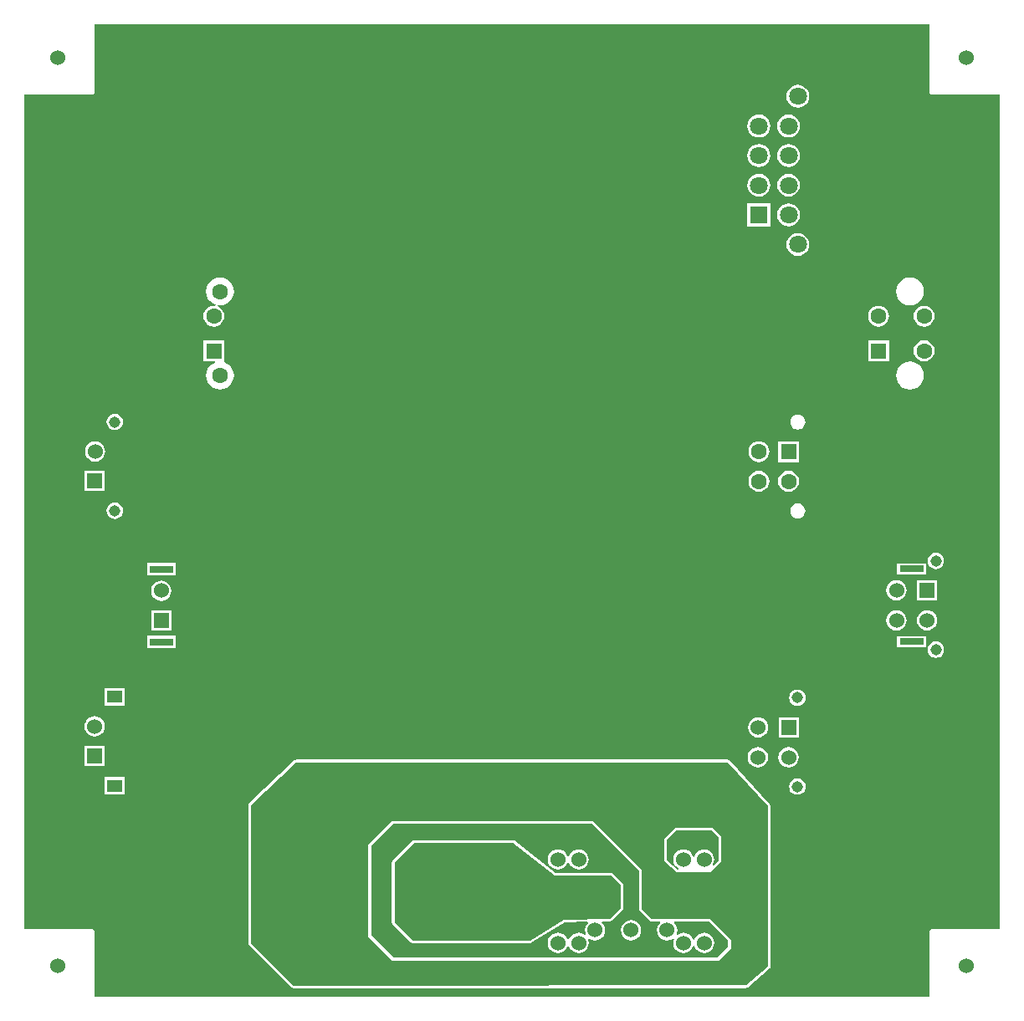
<source format=gbl>
G04*
G04 #@! TF.GenerationSoftware,Altium Limited,Altium Designer,19.1.9 (167)*
G04*
G04 Layer_Physical_Order=2*
G04 Layer_Color=16711680*
%FSLAX25Y25*%
%MOIN*%
G70*
G01*
G75*
%ADD37R,0.14600X0.14600*%
%ADD38C,0.14600*%
%ADD39R,0.06000X0.06000*%
%ADD40C,0.06000*%
%ADD41R,0.06000X0.05000*%
%ADD42R,0.09500X0.03000*%
%ADD43C,0.04500*%
%ADD44C,0.08858*%
%ADD45R,0.06299X0.06299*%
%ADD46C,0.06299*%
%ADD47R,0.09500X0.02500*%
%ADD48C,0.07087*%
%ADD49R,0.07087X0.07087*%
G36*
X363154Y364173D02*
X363231Y363783D01*
X363452Y363452D01*
X363783Y363231D01*
X364173Y363154D01*
X391152D01*
X391152Y30547D01*
X364173D01*
X363783Y30470D01*
X363452Y30248D01*
X363231Y29918D01*
X363154Y29528D01*
Y3533D01*
X30547D01*
Y29528D01*
X30470Y29918D01*
X30248Y30248D01*
X29918Y30470D01*
X29528Y30547D01*
X2549D01*
X2549Y363154D01*
X29528D01*
X29918Y363231D01*
X30248Y363452D01*
X30470Y363783D01*
X30547Y364173D01*
Y391152D01*
X363154D01*
Y364173D01*
D02*
G37*
%LPC*%
G36*
X310701Y367016D02*
X309515Y366859D01*
X308410Y366402D01*
X307460Y365673D01*
X306732Y364724D01*
X306274Y363619D01*
X306118Y362433D01*
X306274Y361247D01*
X306732Y360142D01*
X307460Y359193D01*
X308410Y358465D01*
X309515Y358007D01*
X310701Y357851D01*
X311887Y358007D01*
X312992Y358465D01*
X313941Y359193D01*
X314669Y360142D01*
X315127Y361247D01*
X315283Y362433D01*
X315127Y363619D01*
X314669Y364724D01*
X313941Y365673D01*
X312992Y366402D01*
X311887Y366859D01*
X310701Y367016D01*
D02*
G37*
G36*
X307000Y355205D02*
X305814Y355048D01*
X304709Y354591D01*
X303760Y353862D01*
X303031Y352913D01*
X302574Y351808D01*
X302417Y350622D01*
X302574Y349436D01*
X303031Y348331D01*
X303760Y347382D01*
X304709Y346654D01*
X305814Y346196D01*
X307000Y346040D01*
X308186Y346196D01*
X309291Y346654D01*
X310240Y347382D01*
X310969Y348331D01*
X311426Y349436D01*
X311582Y350622D01*
X311426Y351808D01*
X310969Y352913D01*
X310240Y353862D01*
X309291Y354591D01*
X308186Y355048D01*
X307000Y355205D01*
D02*
G37*
G36*
X295189D02*
X294003Y355048D01*
X292898Y354591D01*
X291949Y353862D01*
X291220Y352913D01*
X290763Y351808D01*
X290606Y350622D01*
X290763Y349436D01*
X291220Y348331D01*
X291949Y347382D01*
X292898Y346654D01*
X294003Y346196D01*
X295189Y346040D01*
X296375Y346196D01*
X297480Y346654D01*
X298429Y347382D01*
X299158Y348331D01*
X299615Y349436D01*
X299771Y350622D01*
X299615Y351808D01*
X299158Y352913D01*
X298429Y353862D01*
X297480Y354591D01*
X296375Y355048D01*
X295189Y355205D01*
D02*
G37*
G36*
X307000Y343393D02*
X305814Y343237D01*
X304709Y342780D01*
X303760Y342051D01*
X303031Y341102D01*
X302574Y339997D01*
X302417Y338811D01*
X302574Y337625D01*
X303031Y336520D01*
X303760Y335571D01*
X304709Y334842D01*
X305814Y334385D01*
X307000Y334228D01*
X308186Y334385D01*
X309291Y334842D01*
X310240Y335571D01*
X310969Y336520D01*
X311426Y337625D01*
X311582Y338811D01*
X311426Y339997D01*
X310969Y341102D01*
X310240Y342051D01*
X309291Y342780D01*
X308186Y343237D01*
X307000Y343393D01*
D02*
G37*
G36*
X295189D02*
X294003Y343237D01*
X292898Y342780D01*
X291949Y342051D01*
X291220Y341102D01*
X290763Y339997D01*
X290606Y338811D01*
X290763Y337625D01*
X291220Y336520D01*
X291949Y335571D01*
X292898Y334842D01*
X294003Y334385D01*
X295189Y334228D01*
X296375Y334385D01*
X297480Y334842D01*
X298429Y335571D01*
X299158Y336520D01*
X299615Y337625D01*
X299771Y338811D01*
X299615Y339997D01*
X299158Y341102D01*
X298429Y342051D01*
X297480Y342780D01*
X296375Y343237D01*
X295189Y343393D01*
D02*
G37*
G36*
X307000Y331582D02*
X305814Y331426D01*
X304709Y330969D01*
X303760Y330240D01*
X303031Y329291D01*
X302574Y328186D01*
X302417Y327000D01*
X302574Y325814D01*
X303031Y324709D01*
X303760Y323760D01*
X304709Y323031D01*
X305814Y322574D01*
X307000Y322417D01*
X308186Y322574D01*
X309291Y323031D01*
X310240Y323760D01*
X310969Y324709D01*
X311426Y325814D01*
X311582Y327000D01*
X311426Y328186D01*
X310969Y329291D01*
X310240Y330240D01*
X309291Y330969D01*
X308186Y331426D01*
X307000Y331582D01*
D02*
G37*
G36*
X295189D02*
X294003Y331426D01*
X292898Y330969D01*
X291949Y330240D01*
X291220Y329291D01*
X290763Y328186D01*
X290606Y327000D01*
X290763Y325814D01*
X291220Y324709D01*
X291949Y323760D01*
X292898Y323031D01*
X294003Y322574D01*
X295189Y322417D01*
X296375Y322574D01*
X297480Y323031D01*
X298429Y323760D01*
X299158Y324709D01*
X299615Y325814D01*
X299771Y327000D01*
X299615Y328186D01*
X299158Y329291D01*
X298429Y330240D01*
X297480Y330969D01*
X296375Y331426D01*
X295189Y331582D01*
D02*
G37*
G36*
X299732Y319732D02*
X290646D01*
Y310646D01*
X299732D01*
Y319732D01*
D02*
G37*
G36*
X307000Y319772D02*
X305814Y319615D01*
X304709Y319158D01*
X303760Y318429D01*
X303031Y317480D01*
X302574Y316375D01*
X302417Y315189D01*
X302574Y314003D01*
X303031Y312898D01*
X303760Y311949D01*
X304709Y311220D01*
X305814Y310763D01*
X307000Y310607D01*
X308186Y310763D01*
X309291Y311220D01*
X310240Y311949D01*
X310969Y312898D01*
X311426Y314003D01*
X311582Y315189D01*
X311426Y316375D01*
X310969Y317480D01*
X310240Y318429D01*
X309291Y319158D01*
X308186Y319615D01*
X307000Y319772D01*
D02*
G37*
G36*
X310701Y307961D02*
X309515Y307804D01*
X308410Y307347D01*
X307460Y306618D01*
X306732Y305669D01*
X306274Y304564D01*
X306118Y303378D01*
X306274Y302192D01*
X306732Y301087D01*
X307460Y300138D01*
X308410Y299409D01*
X309515Y298952D01*
X310701Y298796D01*
X311887Y298952D01*
X312992Y299409D01*
X313941Y300138D01*
X314669Y301087D01*
X315127Y302192D01*
X315283Y303378D01*
X315127Y304564D01*
X314669Y305669D01*
X313941Y306618D01*
X312992Y307347D01*
X311887Y307804D01*
X310701Y307961D01*
D02*
G37*
G36*
X355410Y290197D02*
X353966Y290007D01*
X352622Y289450D01*
X351467Y288564D01*
X350581Y287410D01*
X350024Y286065D01*
X349834Y284622D01*
X350024Y283179D01*
X350581Y281834D01*
X351467Y280680D01*
X352622Y279794D01*
X353966Y279237D01*
X355410Y279047D01*
X356852Y279237D01*
X358197Y279794D01*
X359352Y280680D01*
X360238Y281834D01*
X360795Y283179D01*
X360985Y284622D01*
X360795Y286065D01*
X360238Y287410D01*
X359352Y288564D01*
X358197Y289450D01*
X356852Y290007D01*
X355410Y290197D01*
D02*
G37*
G36*
X80480D02*
X79037Y290007D01*
X77693Y289450D01*
X76538Y288564D01*
X75652Y287410D01*
X75095Y286065D01*
X74905Y284622D01*
X75095Y283179D01*
X75652Y281834D01*
X76538Y280680D01*
X77693Y279794D01*
X78698Y279377D01*
X78567Y278890D01*
X78000Y278965D01*
X76917Y278822D01*
X75907Y278404D01*
X75041Y277739D01*
X74375Y276872D01*
X73957Y275863D01*
X73815Y274780D01*
X73957Y273696D01*
X74375Y272687D01*
X75041Y271820D01*
X75907Y271155D01*
X76917Y270737D01*
X78000Y270594D01*
X79083Y270737D01*
X80093Y271155D01*
X80959Y271820D01*
X81625Y272687D01*
X82043Y273696D01*
X82185Y274780D01*
X82043Y275863D01*
X81625Y276872D01*
X80959Y277739D01*
X80093Y278404D01*
X79423Y278682D01*
X79553Y279169D01*
X80480Y279047D01*
X81923Y279237D01*
X83268Y279794D01*
X84423Y280680D01*
X85309Y281834D01*
X85866Y283179D01*
X86056Y284622D01*
X85866Y286065D01*
X85309Y287410D01*
X84423Y288564D01*
X83268Y289450D01*
X81923Y290007D01*
X80480Y290197D01*
D02*
G37*
G36*
X361000Y278965D02*
X359917Y278822D01*
X358907Y278404D01*
X358040Y277739D01*
X357375Y276872D01*
X356957Y275863D01*
X356815Y274780D01*
X356957Y273696D01*
X357375Y272687D01*
X358040Y271820D01*
X358907Y271155D01*
X359917Y270737D01*
X361000Y270594D01*
X362083Y270737D01*
X363093Y271155D01*
X363960Y271820D01*
X364625Y272687D01*
X365043Y273696D01*
X365185Y274780D01*
X365043Y275863D01*
X364625Y276872D01*
X363960Y277739D01*
X363093Y278404D01*
X362083Y278822D01*
X361000Y278965D01*
D02*
G37*
G36*
X342890D02*
X341807Y278822D01*
X340797Y278404D01*
X339930Y277739D01*
X339265Y276872D01*
X338847Y275863D01*
X338704Y274780D01*
X338847Y273696D01*
X339265Y272687D01*
X339930Y271820D01*
X340797Y271155D01*
X341807Y270737D01*
X342890Y270594D01*
X343973Y270737D01*
X344983Y271155D01*
X345849Y271820D01*
X346514Y272687D01*
X346933Y273696D01*
X347075Y274780D01*
X346933Y275863D01*
X346514Y276872D01*
X345849Y277739D01*
X344983Y278404D01*
X343973Y278822D01*
X342890Y278965D01*
D02*
G37*
G36*
X347039Y265150D02*
X338740D01*
Y256850D01*
X347039D01*
Y265150D01*
D02*
G37*
G36*
X361000Y265185D02*
X359917Y265043D01*
X358907Y264625D01*
X358040Y263960D01*
X357375Y263093D01*
X356957Y262083D01*
X356815Y261000D01*
X356957Y259917D01*
X357375Y258907D01*
X358040Y258040D01*
X358907Y257375D01*
X359917Y256957D01*
X361000Y256815D01*
X362083Y256957D01*
X363093Y257375D01*
X363960Y258040D01*
X364625Y258907D01*
X365043Y259917D01*
X365185Y261000D01*
X365043Y262083D01*
X364625Y263093D01*
X363960Y263960D01*
X363093Y264625D01*
X362083Y265043D01*
X361000Y265185D01*
D02*
G37*
G36*
X355410Y256733D02*
X353966Y256543D01*
X352622Y255986D01*
X351467Y255100D01*
X350581Y253945D01*
X350024Y252601D01*
X349834Y251157D01*
X350024Y249714D01*
X350581Y248370D01*
X351467Y247215D01*
X352622Y246329D01*
X353966Y245772D01*
X355410Y245582D01*
X356852Y245772D01*
X358197Y246329D01*
X359352Y247215D01*
X360238Y248370D01*
X360795Y249714D01*
X360985Y251157D01*
X360795Y252601D01*
X360238Y253945D01*
X359352Y255100D01*
X358197Y255986D01*
X356852Y256543D01*
X355410Y256733D01*
D02*
G37*
G36*
X82150Y265150D02*
X73850D01*
Y256850D01*
X78473D01*
X78573Y256350D01*
X77693Y255986D01*
X76538Y255100D01*
X75652Y253945D01*
X75095Y252601D01*
X74905Y251157D01*
X75095Y249714D01*
X75652Y248370D01*
X76538Y247215D01*
X77693Y246329D01*
X79037Y245772D01*
X80480Y245582D01*
X81923Y245772D01*
X83268Y246329D01*
X84423Y247215D01*
X85309Y248370D01*
X85866Y249714D01*
X86056Y251157D01*
X85866Y252601D01*
X85309Y253945D01*
X84423Y255100D01*
X83268Y255986D01*
X82269Y256400D01*
X82150Y256850D01*
X82150Y256990D01*
Y265150D01*
D02*
G37*
G36*
X310701Y235656D02*
X309916Y235553D01*
X309184Y235249D01*
X308556Y234767D01*
X308073Y234139D01*
X307770Y233407D01*
X307667Y232622D01*
X307770Y231837D01*
X308073Y231105D01*
X308556Y230477D01*
X309184Y229995D01*
X309916Y229692D01*
X310701Y229588D01*
X311486Y229692D01*
X312218Y229995D01*
X312846Y230477D01*
X313328Y231105D01*
X313631Y231837D01*
X313735Y232622D01*
X313631Y233407D01*
X313328Y234139D01*
X312846Y234767D01*
X312218Y235249D01*
X311486Y235553D01*
X310701Y235656D01*
D02*
G37*
G36*
X38609Y235944D02*
X37760Y235833D01*
X36970Y235505D01*
X36291Y234984D01*
X35770Y234305D01*
X35442Y233515D01*
X35331Y232666D01*
X35442Y231818D01*
X35770Y231027D01*
X36291Y230348D01*
X36970Y229827D01*
X37760Y229500D01*
X38609Y229388D01*
X39457Y229500D01*
X40248Y229827D01*
X40927Y230348D01*
X41447Y231027D01*
X41775Y231818D01*
X41887Y232666D01*
X41775Y233515D01*
X41447Y234305D01*
X40927Y234984D01*
X40248Y235505D01*
X39457Y235833D01*
X38609Y235944D01*
D02*
G37*
G36*
X30709Y224901D02*
X29664Y224763D01*
X28691Y224360D01*
X27856Y223719D01*
X27215Y222883D01*
X26812Y221910D01*
X26674Y220866D01*
X26812Y219822D01*
X27215Y218849D01*
X27856Y218013D01*
X28691Y217372D01*
X29664Y216969D01*
X30709Y216832D01*
X31753Y216969D01*
X32726Y217372D01*
X33562Y218013D01*
X34203Y218849D01*
X34606Y219822D01*
X34743Y220866D01*
X34606Y221910D01*
X34203Y222883D01*
X33562Y223719D01*
X32726Y224360D01*
X31753Y224763D01*
X30709Y224901D01*
D02*
G37*
G36*
X311150Y224961D02*
X302850D01*
Y216661D01*
X311150D01*
Y224961D01*
D02*
G37*
G36*
X295189Y224996D02*
X294106Y224854D01*
X293096Y224436D01*
X292229Y223771D01*
X291564Y222904D01*
X291146Y221894D01*
X291004Y220811D01*
X291146Y219728D01*
X291564Y218718D01*
X292229Y217851D01*
X293096Y217186D01*
X294106Y216768D01*
X295189Y216626D01*
X296272Y216768D01*
X297282Y217186D01*
X298148Y217851D01*
X298814Y218718D01*
X299232Y219728D01*
X299374Y220811D01*
X299232Y221894D01*
X298814Y222904D01*
X298148Y223771D01*
X297282Y224436D01*
X296272Y224854D01*
X295189Y224996D01*
D02*
G37*
G36*
X34609Y213166D02*
X26609D01*
Y205166D01*
X34609D01*
Y213166D01*
D02*
G37*
G36*
X307000Y213185D02*
X305917Y213043D01*
X304907Y212625D01*
X304041Y211960D01*
X303375Y211093D01*
X302957Y210083D01*
X302815Y209000D01*
X302957Y207917D01*
X303375Y206907D01*
X304041Y206041D01*
X304907Y205375D01*
X305917Y204957D01*
X307000Y204815D01*
X308083Y204957D01*
X309093Y205375D01*
X309960Y206041D01*
X310625Y206907D01*
X311043Y207917D01*
X311185Y209000D01*
X311043Y210083D01*
X310625Y211093D01*
X309960Y211960D01*
X309093Y212625D01*
X308083Y213043D01*
X307000Y213185D01*
D02*
G37*
G36*
X295189D02*
X294106Y213043D01*
X293096Y212625D01*
X292229Y211960D01*
X291564Y211093D01*
X291146Y210083D01*
X291004Y209000D01*
X291146Y207917D01*
X291564Y206907D01*
X292229Y206041D01*
X293096Y205375D01*
X294106Y204957D01*
X295189Y204815D01*
X296272Y204957D01*
X297282Y205375D01*
X298148Y206041D01*
X298814Y206907D01*
X299232Y207917D01*
X299374Y209000D01*
X299232Y210083D01*
X298814Y211093D01*
X298148Y211960D01*
X297282Y212625D01*
X296272Y213043D01*
X295189Y213185D01*
D02*
G37*
G36*
X310701Y200223D02*
X309915Y200119D01*
X309184Y199816D01*
X308556Y199334D01*
X308073Y198706D01*
X307770Y197974D01*
X307667Y197189D01*
X307770Y196404D01*
X308073Y195672D01*
X308556Y195044D01*
X309184Y194562D01*
X309915Y194258D01*
X310701Y194155D01*
X311486Y194258D01*
X312218Y194562D01*
X312846Y195044D01*
X313328Y195672D01*
X313631Y196404D01*
X313735Y197189D01*
X313631Y197974D01*
X313328Y198706D01*
X312846Y199334D01*
X312218Y199816D01*
X311486Y200119D01*
X310701Y200223D01*
D02*
G37*
G36*
X38609Y200544D02*
X37760Y200432D01*
X36970Y200105D01*
X36291Y199584D01*
X35770Y198905D01*
X35442Y198115D01*
X35331Y197266D01*
X35442Y196418D01*
X35770Y195627D01*
X36291Y194948D01*
X36970Y194427D01*
X37760Y194100D01*
X38609Y193988D01*
X39457Y194100D01*
X40248Y194427D01*
X40927Y194948D01*
X41447Y195627D01*
X41775Y196418D01*
X41887Y197266D01*
X41775Y198115D01*
X41447Y198905D01*
X40927Y199584D01*
X40248Y200105D01*
X39457Y200432D01*
X38609Y200544D01*
D02*
G37*
G36*
X365705Y180521D02*
X364856Y180410D01*
X364066Y180082D01*
X363387Y179561D01*
X362866Y178882D01*
X362538Y178092D01*
X362427Y177243D01*
X362538Y176395D01*
X362866Y175604D01*
X363387Y174925D01*
X364066Y174404D01*
X364856Y174077D01*
X365705Y173965D01*
X366553Y174077D01*
X367344Y174404D01*
X368023Y174925D01*
X368544Y175604D01*
X368871Y176395D01*
X368983Y177243D01*
X368871Y178092D01*
X368544Y178882D01*
X368023Y179561D01*
X367344Y180082D01*
X366553Y180410D01*
X365705Y180521D01*
D02*
G37*
G36*
X359505Y176337D02*
X352505D01*
X352283Y176293D01*
X350255D01*
Y174265D01*
X350211Y174043D01*
X350255Y173822D01*
Y171793D01*
X352283D01*
X352505Y171749D01*
X359505D01*
X359726Y171793D01*
X361755D01*
Y173822D01*
X361799Y174043D01*
X361755Y174265D01*
Y176293D01*
X359726D01*
X359505Y176337D01*
D02*
G37*
G36*
X62837Y176354D02*
X51337D01*
Y171354D01*
X62837D01*
Y176354D01*
D02*
G37*
G36*
X366205Y169543D02*
X358205D01*
Y161543D01*
X366205D01*
Y169543D01*
D02*
G37*
G36*
X350005Y169578D02*
X348960Y169440D01*
X347988Y169037D01*
X347152Y168396D01*
X346511Y167561D01*
X346108Y166587D01*
X345970Y165543D01*
X346108Y164499D01*
X346511Y163526D01*
X347152Y162690D01*
X347988Y162049D01*
X348960Y161646D01*
X350005Y161509D01*
X351049Y161646D01*
X352022Y162049D01*
X352858Y162690D01*
X353499Y163526D01*
X353902Y164499D01*
X354039Y165543D01*
X353902Y166587D01*
X353499Y167561D01*
X352858Y168396D01*
X352022Y169037D01*
X351049Y169440D01*
X350005Y169578D01*
D02*
G37*
G36*
X57087Y169389D02*
X56042Y169251D01*
X55069Y168848D01*
X54234Y168207D01*
X53593Y167372D01*
X53190Y166399D01*
X53052Y165354D01*
X53190Y164310D01*
X53593Y163337D01*
X54234Y162502D01*
X55069Y161860D01*
X56042Y161457D01*
X57087Y161320D01*
X58131Y161457D01*
X59104Y161860D01*
X59939Y162502D01*
X60581Y163337D01*
X60984Y164310D01*
X61121Y165354D01*
X60984Y166399D01*
X60581Y167372D01*
X59939Y168207D01*
X59104Y168848D01*
X58131Y169251D01*
X57087Y169389D01*
D02*
G37*
G36*
X362205Y157578D02*
X361160Y157440D01*
X360188Y157037D01*
X359352Y156396D01*
X358711Y155561D01*
X358308Y154587D01*
X358170Y153543D01*
X358308Y152499D01*
X358711Y151526D01*
X359352Y150690D01*
X360188Y150049D01*
X361160Y149646D01*
X362205Y149509D01*
X363249Y149646D01*
X364222Y150049D01*
X365058Y150690D01*
X365699Y151526D01*
X366102Y152499D01*
X366239Y153543D01*
X366102Y154587D01*
X365699Y155561D01*
X365058Y156396D01*
X364222Y157037D01*
X363249Y157440D01*
X362205Y157578D01*
D02*
G37*
G36*
X350005D02*
X348960Y157440D01*
X347988Y157037D01*
X347152Y156396D01*
X346511Y155561D01*
X346108Y154587D01*
X345970Y153543D01*
X346108Y152499D01*
X346511Y151526D01*
X347152Y150690D01*
X347988Y150049D01*
X348960Y149646D01*
X350005Y149509D01*
X351049Y149646D01*
X352022Y150049D01*
X352858Y150690D01*
X353499Y151526D01*
X353902Y152499D01*
X354039Y153543D01*
X353902Y154587D01*
X353499Y155561D01*
X352858Y156396D01*
X352022Y157037D01*
X351049Y157440D01*
X350005Y157578D01*
D02*
G37*
G36*
X61087Y157354D02*
X53087D01*
Y149354D01*
X61087D01*
Y157354D01*
D02*
G37*
G36*
X359505Y147337D02*
X352505D01*
X352283Y147293D01*
X350255D01*
Y145265D01*
X350211Y145043D01*
X350255Y144822D01*
Y142793D01*
X352283D01*
X352505Y142749D01*
X359505D01*
X359726Y142793D01*
X361755D01*
Y144822D01*
X361799Y145043D01*
X361755Y145265D01*
Y147293D01*
X359726D01*
X359505Y147337D01*
D02*
G37*
G36*
X62837Y147354D02*
X51337D01*
Y142354D01*
X62837D01*
Y147354D01*
D02*
G37*
G36*
X365705Y145121D02*
X364856Y145010D01*
X364066Y144682D01*
X363387Y144161D01*
X362866Y143482D01*
X362538Y142692D01*
X362427Y141843D01*
X362538Y140995D01*
X362866Y140204D01*
X363387Y139525D01*
X364066Y139004D01*
X364856Y138677D01*
X365705Y138565D01*
X366553Y138677D01*
X367344Y139004D01*
X368023Y139525D01*
X368544Y140204D01*
X368871Y140995D01*
X368983Y141843D01*
X368871Y142692D01*
X368544Y143482D01*
X368023Y144161D01*
X367344Y144682D01*
X366553Y145010D01*
X365705Y145121D01*
D02*
G37*
G36*
X42612Y126515D02*
X34612D01*
Y119515D01*
X42612D01*
Y126515D01*
D02*
G37*
G36*
X310500Y125978D02*
X309652Y125866D01*
X308861Y125539D01*
X308182Y125018D01*
X307661Y124339D01*
X307334Y123548D01*
X307222Y122700D01*
X307334Y121852D01*
X307661Y121061D01*
X308182Y120382D01*
X308861Y119861D01*
X309652Y119534D01*
X310500Y119422D01*
X311348Y119534D01*
X312139Y119861D01*
X312818Y120382D01*
X313339Y121061D01*
X313666Y121852D01*
X313778Y122700D01*
X313666Y123548D01*
X313339Y124339D01*
X312818Y125018D01*
X312139Y125539D01*
X311348Y125866D01*
X310500Y125978D01*
D02*
G37*
G36*
X30512Y115349D02*
X29468Y115212D01*
X28495Y114809D01*
X27659Y114168D01*
X27018Y113332D01*
X26615Y112359D01*
X26477Y111315D01*
X26615Y110271D01*
X27018Y109298D01*
X27659Y108462D01*
X28495Y107821D01*
X29468Y107418D01*
X30512Y107280D01*
X31556Y107418D01*
X32529Y107821D01*
X33365Y108462D01*
X34006Y109298D01*
X34409Y110271D01*
X34546Y111315D01*
X34409Y112359D01*
X34006Y113332D01*
X33365Y114168D01*
X32529Y114809D01*
X31556Y115212D01*
X30512Y115349D01*
D02*
G37*
G36*
X311000Y115000D02*
X303000D01*
Y107000D01*
X311000D01*
Y115000D01*
D02*
G37*
G36*
X294900Y114935D02*
X293856Y114797D01*
X292883Y114394D01*
X292047Y113753D01*
X291406Y112917D01*
X291003Y111944D01*
X290865Y110900D01*
X291003Y109856D01*
X291406Y108883D01*
X292047Y108047D01*
X292883Y107406D01*
X293856Y107003D01*
X294900Y106866D01*
X295944Y107003D01*
X296917Y107406D01*
X297753Y108047D01*
X298394Y108883D01*
X298797Y109856D01*
X298935Y110900D01*
X298797Y111944D01*
X298394Y112917D01*
X297753Y113753D01*
X296917Y114394D01*
X295944Y114797D01*
X294900Y114935D01*
D02*
G37*
G36*
X282833Y98020D02*
X255000D01*
X255000Y98019D01*
X110939Y98020D01*
X110758Y97984D01*
X110576Y97953D01*
X110564Y97945D01*
X110549Y97942D01*
X110396Y97840D01*
X110239Y97742D01*
X92214Y80738D01*
X92205Y80726D01*
X92193Y80717D01*
X92090Y80564D01*
X91983Y80414D01*
X91980Y80399D01*
X91971Y80386D01*
X91935Y80206D01*
X91894Y80026D01*
X91897Y80011D01*
X91894Y79996D01*
X91894Y24803D01*
X91971Y24413D01*
X92192Y24082D01*
X108996Y7279D01*
X109326Y7058D01*
X109716Y6980D01*
X131556Y6980D01*
X131604Y6971D01*
X290119Y6990D01*
X290276Y7022D01*
X290435Y7041D01*
X290470Y7060D01*
X290509Y7068D01*
X290642Y7157D01*
X290782Y7236D01*
X299482Y14692D01*
X299507Y14723D01*
X299540Y14745D01*
X299629Y14879D01*
X299728Y15005D01*
X299739Y15043D01*
X299761Y15076D01*
X299792Y15234D01*
X299835Y15388D01*
X299831Y15427D01*
X299838Y15466D01*
Y49674D01*
X299838Y49674D01*
Y79561D01*
X299804Y79735D01*
X299777Y79910D01*
X299765Y79929D01*
X299761Y79951D01*
X299662Y80099D01*
X299570Y80250D01*
X283585Y97689D01*
X283567Y97702D01*
X283554Y97721D01*
X283407Y97819D01*
X283264Y97924D01*
X283242Y97929D01*
X283224Y97942D01*
X283050Y97976D01*
X282878Y98019D01*
X282855Y98015D01*
X282833Y98020D01*
D02*
G37*
G36*
X34512Y103415D02*
X26512D01*
Y95415D01*
X34512D01*
Y103415D01*
D02*
G37*
G36*
X307000Y103034D02*
X305956Y102897D01*
X304983Y102494D01*
X304147Y101853D01*
X303506Y101017D01*
X303103Y100044D01*
X302965Y99000D01*
X303103Y97956D01*
X303506Y96983D01*
X304147Y96147D01*
X304983Y95506D01*
X305956Y95103D01*
X307000Y94965D01*
X308044Y95103D01*
X309017Y95506D01*
X309853Y96147D01*
X310494Y96983D01*
X310897Y97956D01*
X311034Y99000D01*
X310897Y100044D01*
X310494Y101017D01*
X309853Y101853D01*
X309017Y102494D01*
X308044Y102897D01*
X307000Y103034D01*
D02*
G37*
G36*
X294800D02*
X293756Y102897D01*
X292783Y102494D01*
X291947Y101853D01*
X291306Y101017D01*
X290903Y100044D01*
X290766Y99000D01*
X290903Y97956D01*
X291306Y96983D01*
X291947Y96147D01*
X292783Y95506D01*
X293756Y95103D01*
X294800Y94965D01*
X295844Y95103D01*
X296817Y95506D01*
X297653Y96147D01*
X298294Y96983D01*
X298697Y97956D01*
X298834Y99000D01*
X298697Y100044D01*
X298294Y101017D01*
X297653Y101853D01*
X296817Y102494D01*
X295844Y102897D01*
X294800Y103034D01*
D02*
G37*
G36*
X42512Y91115D02*
X34512D01*
Y84115D01*
X42512D01*
Y91115D01*
D02*
G37*
G36*
X310500Y90578D02*
X309652Y90466D01*
X308861Y90139D01*
X308182Y89618D01*
X307661Y88939D01*
X307334Y88148D01*
X307222Y87300D01*
X307334Y86452D01*
X307661Y85661D01*
X308182Y84982D01*
X308861Y84461D01*
X309652Y84134D01*
X310500Y84022D01*
X311348Y84134D01*
X312139Y84461D01*
X312818Y84982D01*
X313339Y85661D01*
X313666Y86452D01*
X313778Y87300D01*
X313666Y88148D01*
X313339Y88939D01*
X312818Y89618D01*
X312139Y90139D01*
X311348Y90466D01*
X310500Y90578D01*
D02*
G37*
%LPD*%
G36*
X298819Y79561D02*
Y49674D01*
X298819Y49674D01*
Y15466D01*
X290119Y8010D01*
X131604Y7991D01*
X131603Y8000D01*
X109716Y8000D01*
X92913Y24803D01*
X92913Y79996D01*
X110939Y97000D01*
X255000Y97000D01*
Y97000D01*
X282833D01*
X298819Y79561D01*
D02*
G37*
%LPC*%
G36*
X276772Y70866D02*
X261811D01*
X257480Y66536D01*
X257480Y57480D01*
X262533Y53150D01*
X275984D01*
X280315Y57480D01*
Y67323D01*
X276772Y70866D01*
D02*
G37*
G36*
X229134Y73622D02*
X149213Y73622D01*
X139654Y64063D01*
X139653Y27669D01*
X149323Y18000D01*
X279009D01*
X284000Y22991D01*
Y26236D01*
X275788Y34448D01*
X252559Y34448D01*
X248425Y38583D01*
X248425Y54331D01*
X229134Y73622D01*
D02*
G37*
%LPD*%
G36*
X279295Y66900D02*
Y57903D01*
X277240Y55848D01*
X276864Y56178D01*
X276919Y56251D01*
X277322Y57223D01*
X277460Y58268D01*
X277322Y59312D01*
X276919Y60285D01*
X276278Y61121D01*
X275443Y61762D01*
X274469Y62165D01*
X273425Y62302D01*
X272381Y62165D01*
X271408Y61762D01*
X270572Y61121D01*
X269931Y60285D01*
X269551Y59368D01*
X269363Y59312D01*
X269219D01*
X269031Y59368D01*
X268652Y60285D01*
X268010Y61121D01*
X267175Y61762D01*
X266202Y62165D01*
X265158Y62302D01*
X264113Y62165D01*
X263140Y61762D01*
X262305Y61121D01*
X261664Y60285D01*
X261260Y59312D01*
X261123Y58268D01*
X261260Y57223D01*
X261664Y56251D01*
X262305Y55415D01*
X263078Y54821D01*
X263078Y54578D01*
X262989Y54295D01*
X262804Y54260D01*
X258500Y57949D01*
X258500Y66113D01*
X262233Y69846D01*
X276349D01*
X279295Y66900D01*
D02*
G37*
G36*
X247406Y53908D02*
X247406Y38583D01*
X247483Y38192D01*
X247704Y37861D01*
X251838Y33727D01*
X251838Y33727D01*
X252169Y33506D01*
X252559Y33429D01*
X255756D01*
X255917Y32955D01*
X255809Y32873D01*
X255167Y32037D01*
X254764Y31064D01*
X254627Y30020D01*
X254764Y28975D01*
X255167Y28002D01*
X255809Y27167D01*
X256644Y26526D01*
X257617Y26123D01*
X258661Y25985D01*
X259706Y26123D01*
X260679Y26526D01*
X261031Y26796D01*
X261441Y26480D01*
X261260Y26044D01*
X261123Y25000D01*
X261260Y23956D01*
X261664Y22983D01*
X262305Y22147D01*
X263140Y21506D01*
X264113Y21103D01*
X265158Y20966D01*
X266202Y21103D01*
X267175Y21506D01*
X268010Y22147D01*
X268652Y22983D01*
X269031Y23900D01*
X269219Y23956D01*
X269363D01*
X269551Y23900D01*
X269931Y22983D01*
X270572Y22147D01*
X271408Y21506D01*
X272381Y21103D01*
X273425Y20966D01*
X274469Y21103D01*
X275443Y21506D01*
X276278Y22147D01*
X276919Y22983D01*
X277322Y23956D01*
X277460Y25000D01*
X277322Y26044D01*
X276919Y27017D01*
X276278Y27853D01*
X275443Y28494D01*
X274469Y28897D01*
X273425Y29035D01*
X272381Y28897D01*
X271408Y28494D01*
X270572Y27853D01*
X269931Y27017D01*
X269551Y26101D01*
X269363Y26044D01*
X269219D01*
X269031Y26101D01*
X268652Y27017D01*
X268010Y27853D01*
X267175Y28494D01*
X266202Y28897D01*
X265158Y29035D01*
X264113Y28897D01*
X263140Y28494D01*
X262788Y28224D01*
X262378Y28539D01*
X262559Y28975D01*
X262696Y30020D01*
X262559Y31064D01*
X262155Y32037D01*
X261514Y32873D01*
X261406Y32955D01*
X261567Y33429D01*
X275365Y33429D01*
X282980Y25814D01*
Y23414D01*
X278586Y19020D01*
X149745D01*
X140673Y28092D01*
X140673Y63641D01*
X149635Y72602D01*
X228712Y72602D01*
X247406Y53908D01*
D02*
G37*
%LPC*%
G36*
X223425Y62302D02*
X222381Y62165D01*
X221408Y61762D01*
X220572Y61121D01*
X219931Y60285D01*
X219551Y59368D01*
X219363Y59312D01*
X219219D01*
X219031Y59368D01*
X218652Y60285D01*
X218010Y61121D01*
X217175Y61762D01*
X216202Y62165D01*
X215158Y62302D01*
X214113Y62165D01*
X213140Y61762D01*
X212305Y61121D01*
X211664Y60285D01*
X211260Y59312D01*
X211123Y58268D01*
X211260Y57223D01*
X211664Y56251D01*
X212305Y55415D01*
X213140Y54774D01*
X214113Y54371D01*
X215158Y54233D01*
X216202Y54371D01*
X217175Y54774D01*
X218010Y55415D01*
X218652Y56251D01*
X219031Y57167D01*
X219219Y57223D01*
X219363D01*
X219551Y57167D01*
X219931Y56251D01*
X220572Y55415D01*
X221408Y54774D01*
X222381Y54371D01*
X223425Y54233D01*
X224469Y54371D01*
X225443Y54774D01*
X226278Y55415D01*
X226919Y56251D01*
X227322Y57223D01*
X227460Y58268D01*
X227322Y59312D01*
X226919Y60285D01*
X226278Y61121D01*
X225443Y61762D01*
X224469Y62165D01*
X223425Y62302D01*
D02*
G37*
G36*
X197255Y65980D02*
X157874Y65980D01*
X157484Y65903D01*
X157153Y65682D01*
X149279Y57808D01*
X149058Y57477D01*
X148980Y57087D01*
Y33071D01*
X149058Y32681D01*
X149279Y32350D01*
X156350Y25279D01*
X156681Y25058D01*
X157071Y24980D01*
X204094D01*
X204173Y24996D01*
X204252Y24993D01*
X204366Y25034D01*
X204485Y25058D01*
X204551Y25102D01*
X204626Y25130D01*
X217859Y33210D01*
X226930Y33365D01*
X227041Y33047D01*
X227064Y32867D01*
X226427Y32037D01*
X226024Y31064D01*
X225887Y30020D01*
X226024Y28975D01*
X226205Y28539D01*
X225794Y28224D01*
X225443Y28494D01*
X224469Y28897D01*
X223425Y29035D01*
X222381Y28897D01*
X221408Y28494D01*
X220572Y27853D01*
X219931Y27017D01*
X219551Y26101D01*
X219363Y26044D01*
X219219D01*
X219031Y26101D01*
X218652Y27017D01*
X218010Y27853D01*
X217175Y28494D01*
X216202Y28897D01*
X215158Y29035D01*
X214113Y28897D01*
X213140Y28494D01*
X212305Y27853D01*
X211664Y27017D01*
X211260Y26044D01*
X211123Y25000D01*
X211260Y23956D01*
X211664Y22983D01*
X212305Y22147D01*
X213140Y21506D01*
X214113Y21103D01*
X215158Y20966D01*
X216202Y21103D01*
X217175Y21506D01*
X218010Y22147D01*
X218652Y22983D01*
X219031Y23900D01*
X219219Y23956D01*
X219363D01*
X219551Y23900D01*
X219931Y22983D01*
X220572Y22147D01*
X221408Y21506D01*
X222381Y21103D01*
X223425Y20966D01*
X224469Y21103D01*
X225443Y21506D01*
X226278Y22147D01*
X226919Y22983D01*
X227322Y23956D01*
X227460Y25000D01*
X227322Y26044D01*
X227141Y26480D01*
X227552Y26796D01*
X227904Y26526D01*
X228877Y26123D01*
X229921Y25985D01*
X230965Y26123D01*
X231939Y26526D01*
X232774Y27167D01*
X233415Y28002D01*
X233818Y28975D01*
X233956Y30020D01*
X233818Y31064D01*
X233415Y32037D01*
X232774Y32873D01*
X232622Y32990D01*
X232778Y33464D01*
X235733Y33515D01*
X235919Y33555D01*
X236106Y33592D01*
X236113Y33597D01*
X236122Y33599D01*
X236278Y33707D01*
X236436Y33813D01*
X240879Y38255D01*
X241100Y38586D01*
X241177Y38976D01*
X241177Y48019D01*
X241100Y48409D01*
X240878Y48740D01*
X236929Y52689D01*
X236598Y52911D01*
X236208Y52988D01*
X214230Y52988D01*
X197883Y65764D01*
X197760Y65826D01*
X197645Y65903D01*
X197584Y65915D01*
X197528Y65943D01*
X197390Y65953D01*
X197255Y65980D01*
D02*
G37*
G36*
X244291Y34054D02*
X243247Y33917D01*
X242274Y33514D01*
X241439Y32873D01*
X240797Y32037D01*
X240394Y31064D01*
X240257Y30020D01*
X240394Y28975D01*
X240797Y28002D01*
X241439Y27167D01*
X242274Y26526D01*
X243247Y26123D01*
X244291Y25985D01*
X245336Y26123D01*
X246309Y26526D01*
X247144Y27167D01*
X247785Y28002D01*
X248188Y28975D01*
X248326Y30020D01*
X248188Y31064D01*
X247785Y32037D01*
X247144Y32873D01*
X246309Y33514D01*
X245336Y33917D01*
X244291Y34054D01*
D02*
G37*
%LPD*%
G36*
X213879Y51968D02*
X236208Y51968D01*
X240158Y48019D01*
X240158Y38976D01*
X235715Y34534D01*
X217564Y34224D01*
X204094Y26000D01*
X157071D01*
X150000Y33071D01*
Y57087D01*
X157874Y64961D01*
X197255Y64961D01*
X213879Y51968D01*
D02*
G37*
D37*
X124480Y57000D02*
D03*
D38*
X162000D02*
D03*
D39*
X30512Y99415D02*
D03*
X57087Y153354D02*
D03*
X30609Y209166D02*
D03*
X362205Y165543D02*
D03*
X307000Y111000D02*
D03*
D40*
X30512Y111315D02*
D03*
X57087Y165354D02*
D03*
X30709Y220866D02*
D03*
X265158Y58268D02*
D03*
X273425D02*
D03*
X265158Y25000D02*
D03*
X273425D02*
D03*
X223425Y58268D02*
D03*
X215158D02*
D03*
Y25000D02*
D03*
X258661Y30020D02*
D03*
X244291D02*
D03*
X229921D02*
D03*
X223425Y25000D02*
D03*
X15748Y377953D02*
D03*
X377953D02*
D03*
Y15748D02*
D03*
X15748D02*
D03*
X362205Y153543D02*
D03*
X350005D02*
D03*
Y165543D02*
D03*
X294900Y110900D02*
D03*
X294800Y99000D02*
D03*
X307000D02*
D03*
D41*
X38612Y123015D02*
D03*
X38512Y87615D02*
D03*
D42*
X57087Y173854D02*
D03*
Y144854D02*
D03*
D43*
X38609Y232666D02*
D03*
Y197266D02*
D03*
X365705Y177243D02*
D03*
Y141843D02*
D03*
X310500Y87300D02*
D03*
Y122700D02*
D03*
D44*
X233465Y43307D02*
D03*
X224410D02*
D03*
X255118D02*
D03*
X264173D02*
D03*
D45*
X342890Y261000D02*
D03*
X78000D02*
D03*
X307000Y220811D02*
D03*
D46*
X342890Y274780D02*
D03*
X361000D02*
D03*
Y261000D02*
D03*
X78000Y274780D02*
D03*
X80480Y251157D02*
D03*
Y284622D02*
D03*
X295189Y220811D02*
D03*
Y209000D02*
D03*
X307000D02*
D03*
D47*
X356005Y145043D02*
D03*
Y174043D02*
D03*
D48*
X307000Y350622D02*
D03*
Y338811D02*
D03*
Y327000D02*
D03*
Y315189D02*
D03*
X295189Y350622D02*
D03*
Y338811D02*
D03*
Y327000D02*
D03*
X310701Y362433D02*
D03*
Y303378D02*
D03*
D49*
X295189Y315189D02*
D03*
M02*

</source>
